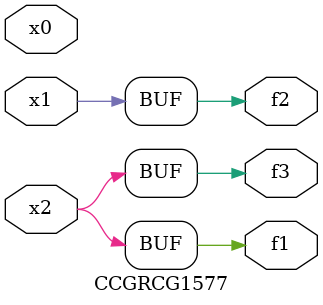
<source format=v>
module CCGRCG1577(
	input x0, x1, x2,
	output f1, f2, f3
);
	assign f1 = x2;
	assign f2 = x1;
	assign f3 = x2;
endmodule

</source>
